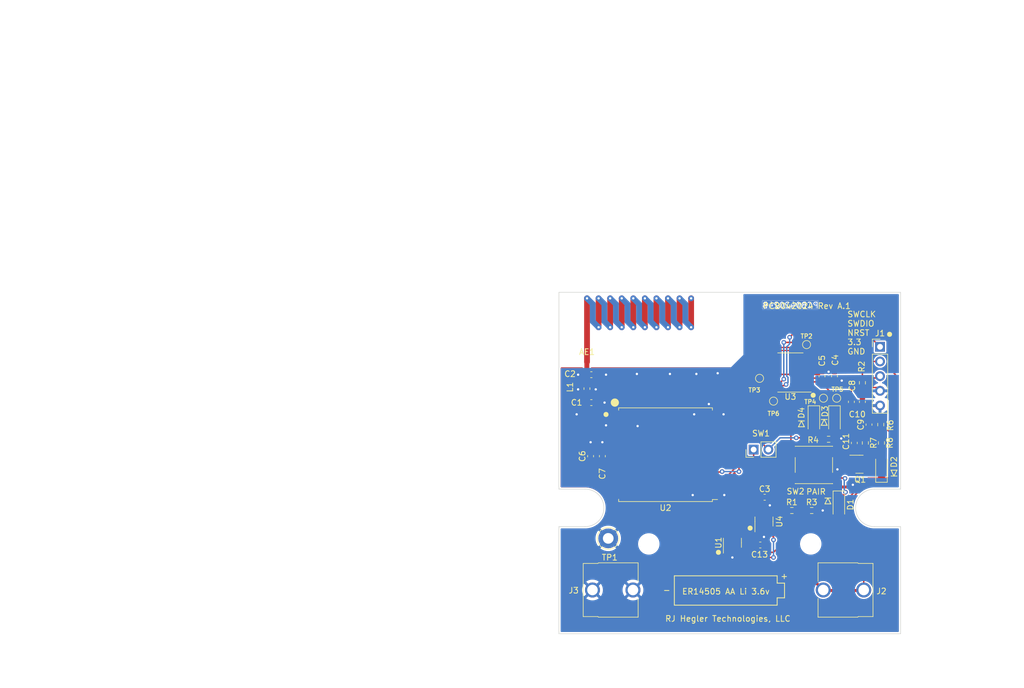
<source format=kicad_pcb>
(kicad_pcb (version 20221018) (generator pcbnew)
  (title_block (title "PostAlert IoT Mailbox") (date "2024-05-02") (rev "V4.0") (company "RJ Hegler Technologies, LLC") (comment 1 "9192 Albion Road") (comment 2 "North Royalton, Ohio 44133") (comment 3 "440-478-1586") (comment 4 "V3.1 5/30/24 fixed bat con footprint, distance"))
  (layers (0 "F.Cu" signal) (31 "B.Cu" signal) (34 "B.Paste" user) (35 "F.Paste" user) (36 "B.SilkS" user "B.Silkscreen") (37 "F.SilkS" user "F.Silkscreen") (38 "B.Mask" user) (39 "F.Mask" user) (44 "Edge.Cuts" user))
  (net 0 "")
  (net 1 "GND")
  (net 2 "/Pair")
  (net 3 "+3.3V")
  (net 4 "/Tilt")
  (net 5 "/B+")
  (net 6 "/PWR_EN")
  (net 7 "/PWR_HOLD")
  (net 8 "/RST")
  (net 9 "/BatV")
  (net 10 "/MISO")
  (net 11 "/SCK")
  (net 12 "/MOSI")
  (net 13 "/NSS")
  (net 14 "/LoRaIRQ")
  (net 15 "/SWDIO")
  (net 16 "/SWCLK")
  (net 18 "Net-(U2-ANT)")
  (net 24 "Net-(AE1-A)")
  (net 25 "/RXD")
  (net 26 "/TXD")
  (net 27 "Net-(U3-PC14)")
  (net 28 "Net-(U3-PC15)")
  (net 29 "Net-(U3-PB6)")
  (net 30 "/NRST")
  (net 31 "Net-(D2-A)")
  (net 32 "Net-(Q1-B)")
  (net 33 "Net-(U1-OUT)")
  (net 34 "Net-(D1-K)")
  (footprint "TestPoint:TestPoint_Pad_D1.0mm" (layer "F.Cu") (at 165.735 83.312)
    (fp_text reference "TP4")
    (fp_text value "PC14")
  )
  (footprint "Capacitor_SMD:C_0603_1608Metric" (layer "F.Cu") (at 155.575 100.457)
    (fp_text reference "C3")
    (fp_text value "1uF, 16v")
  )
  (footprint "Button_Switch_SMD:SW_Push_1P1T_NO_6x6mm_H9.5mm" (layer "F.Cu") (at 164.084 94.869)
    (fp_text reference "SW2")
    (fp_text value "SW_Push")
  )
  (footprint "Package_TO_SOT_SMD:SOT-23-5" (layer "F.Cu") (at 149.987 108.331 90)
    (fp_text reference "U1")
    (fp_text value "MAX40203AUK+T")
  )
  (footprint "Resistor_SMD:R_0603_1608Metric" (layer "F.Cu") (at 172.974 91.059 -90)
    (fp_text reference "R7")
    (fp_text value "100k")
  )
  (footprint "TestPoint:TestPoint_Pad_D1.0mm" (layer "F.Cu") (at 154.686 79.883)
    (fp_text reference "TP3")
    (fp_text value "TXD")
  )
  (footprint "MountingHole:MountingHole_3.2mm_M3" (layer "F.Cu") (at 163.54 108.53)
    (fp_text reference "REF**" hide)
    (fp_text value "MountingHole_3.2mm_M3")
  )
  (footprint "Capacitor_SMD:C_0603_1608Metric" (layer "F.Cu") (at 127.508 93.345 90)
    (fp_text reference "C7")
    (fp_text value "0.1uF")
  )
  (footprint "RF_Module:HOPERF_RFM9XW_SMD" (layer "F.Cu") (at 138.43 93.091 180)
    (fp_text reference "U2")
    (fp_text value "RFM95CW")
  )
  (footprint "Capacitor_SMD:C_0603_1608Metric" (layer "F.Cu") (at 125.476 93.345 90)
    (fp_text reference "C6")
    (fp_text value "10uf 6.3v")
  )
  (footprint "Package_TO_SOT_SMD:SOT-23" (layer "F.Cu") (at 171.958 94.742)
    (fp_text reference "Q1")
    (fp_text value "MMBT3904")
  )
  (footprint "Capacitor_SMD:C_0603_1608Metric" (layer "F.Cu") (at 170.561 83.947 -90)
    (fp_text reference "C8")
    (fp_text value "1uF, 16v")
  )
  (footprint "Resistor_SMD:R_0603_1608Metric" (layer "F.Cu") (at 166.624 90.424)
    (fp_text reference "R4")
    (fp_text value "100k")
  )
  (footprint "Resistor_SMD:R_0603_1608Metric" (layer "F.Cu") (at 175.768 91.059 -90)
    (fp_text reference "R8")
    (fp_text value "10k")
  )
  (footprint "Connector_PinHeader_2.54mm:PinHeader_1x05_P2.54mm_Vertical" (layer "F.Cu") (at 175.514 74.422)
    (fp_text reference "J1")
    (fp_text value "Prog")
  )
  (footprint "Diode_SMD:D_SOD-123" (layer "F.Cu") (at 167.64 86.995 -90)
    (fp_text reference "D3")
    (fp_text value "1N4148W")
  )
  (footprint "RJHTEC:BatteryClip_Keystone_92_AA-14mm" (layer "F.Cu") (at 171.5 116.5 180)
    (fp_text reference "J2")
    (fp_text value "BATT CLIP")
  )
  (footprint "Connector_PinHeader_2.54mm:PinHeader_1x02_P2.54mm_Vertical" (layer "F.Cu") (at 153.665 92.202 90)
    (fp_text reference "SW1")
    (fp_text value "TILT")
  )
  (footprint "RF_Antenna:Texas_SWRA416_868MHz_915MHz" (layer "F.Cu") (at 133.858 71.8405)
    (fp_text reference "AE1")
    (fp_text value "Antenna")
  )
  (footprint "TestPoint:TestPoint_Pad_D1.0mm" (layer "F.Cu") (at 162.814 74.041)
    (fp_text reference "TP2")
    (fp_text value "RXD")
  )
  (footprint "Capacitor_SMD:C_0603_1608Metric" (layer "F.Cu") (at 125.603 79.248)
    (fp_text reference "C2")
    (fp_text value "3.3pF")
  )
  (footprint "Package_SO:TSSOP-20_4.4x6.5mm_P0.65mm" (layer "F.Cu") (at 160.02 78.867 180)
    (fp_text reference "U3")
    (fp_text value "STM32C011F6Px")
  )
  (footprint "MountingHole:MountingHole_3.2mm_M3" (layer "F.Cu") (at 135.54 108.53)
    (fp_text reference "REF**" hide)
    (fp_text value "MountingHole_3.2mm_M3")
  )
  (footprint "Diode_SMD:D_SOD-123" (layer "F.Cu") (at 175.768 95.504 90)
    (fp_text reference "D2")
    (fp_text value "1N4148W")
  )
  (footprint "Resistor_SMD:R_0603_1608Metric" (layer "F.Cu") (at 163.703 102.743)
    (fp_text reference "R3")
    (fp_text value "100k")
  )
  (footprint "Capacitor_SMD:C_0603_1608Metric" (layer "F.Cu") (at 173.609 87.884 90)
    (fp_text reference "C9")
    (fp_text value "10uf 6.3v")
  )
  (footprint "Capacitor_SMD:C_0603_1608Metric" (layer "F.Cu") (at 165.481 79.502 90)
    (fp_text reference "C5")
    (fp_text value "0.1uF")
  )
  (footprint "Inductor_SMD:L_0603_1608Metric" (layer "F.Cu") (at 124.841 81.661 90)
    (fp_text reference "L1")
    (fp_text value "14nH")
  )
  (footprint "Capacitor_SMD:C_0603_1608Metric" (layer "F.Cu") (at 154.813 108.712)
    (fp_text reference "C13")
    (fp_text value "1uF, 16v")
  )
  (footprint "Diode_SMD:D_SOD-123" (layer "F.Cu") (at 168.402 101.727 -90)
    (fp_text reference "D1")
    (fp_text value "1N4148W")
  )
  (footprint "Resistor_SMD:R_0603_1608Metric" (layer "F.Cu") (at 160.274 102.743)
    (fp_text reference "R1")
    (fp_text value "220k")
  )
  (footprint "Diode_SMD:D_SOD-123" (layer "F.Cu") (at 164.084 86.995 -90)
    (fp_text reference "D4")
    (fp_text value "1N4148W")
  )
  (footprint "TestPoint:TestPoint_Pad_D1.0mm" (layer "F.Cu") (at 157.099 83.82)
    (fp_text reference "TP6")
    (fp_text value "PB6")
  )
  (footprint "RJHTEC:BatteryClip_Keystone_92_AA-14mm" (layer "F.Cu") (at 127 116.5)
    (fp_text reference "J3")
    (fp_text value "BATT CLIP")
  )
  (footprint "Resistor_SMD:R_0603_1608Metric" (layer "F.Cu") (at 175.641 87.884 90)
    (fp_text reference "R6")
    (fp_text value "10k")
  )
  (footprint "Capacitor_SMD:C_0603_1608Metric" (layer "F.Cu") (at 172.466 83.947 -90)
    (fp_text reference "C10")
    (fp_text value "0.1uF")
  )
  (footprint "TestPoint:TestPoint_Pad_D1.0mm" (layer "F.Cu") (at 168.021 83.312)
    (fp_text reference "TP5")
    (fp_text value "PC15")
  )
  (footprint "Capacitor_SMD:C_0603_1608Metric" (layer "F.Cu") (at 167.64 79.502 90)
    (fp_text reference "C4")
    (fp_text value "10uf 6.3v")
  )
  (footprint "Resistor_SMD:R_0603_1608Metric" (layer "F.Cu") (at 172.466 80.645 90)
    (fp_text reference "R2")
    (fp_text value "10k")
  )
  (footprint "Capacitor_SMD:C_0603_1608Metric" (layer "F.Cu") (at 171.069 91.059 90)
    (fp_text reference "C11")
    (fp_text value "10uf 6.3v")
  )
  (footprint "Capacitor_SMD:C_0603_1608Metric" (layer "F.Cu") (at 125.603 84.074)
    (fp_text reference "C1")
    (fp_text value "DNP")
  )
  (footprint "TestPoint:TestPoint_Loop_D2.50mm_Drill1.85mm" (layer "F.Cu") (at 128.524 107.569)
    (fp_text reference "TP1")
    (fp_text value "TestPoint_Small")
  )
  (footprint "Package_TO_SOT_SMD:SOT-23-5" (layer "F.Cu") (at 155.448 104.648 90)
    (fp_text reference "U4")
    (fp_text value "XC6210B332MR")
  )
  (gr_line (start 177.927 96.774) (end 177.419 95.758) (stroke (width 0.15)) (layer "F.SilkS"))
  (gr_line (start 157.734 117.856) (end 157.734 119.126) (stroke (width 0.15)) (layer "F.SilkS"))
  (gr_circle (center 163.957 82.804) (end 164.31621 82.804) (stroke (width 0.15)) (fill solid) (layer "F.SilkS"))
  (gr_circle (center 128.143 86.12779) (end 128.50221 86.12779) (stroke (width 0.15)) (fill solid) (layer "F.SilkS"))
  (gr_circle (center 147.574 109.982) (end 147.574 110.34121) (stroke (width 0.15)) (fill solid) (layer "F.SilkS"))
  (gr_line (start 161.417 88.265) (end 162.433 88.265) (stroke (width 0.15)) (layer "F.SilkS"))
  (gr_line (start 161.417 87.249) (end 162.433 87.249) (stroke (width 0.15)) (layer "F.SilkS"))
  (gr_line (start 161.417 88.265) (end 161.925 87.249) (stroke (width 0.15)) (layer "F.SilkS"))
  (gr_line (start 159.004 117.856) (end 157.734 117.856) (stroke (width 0.15)) (layer "F.SilkS"))
  (gr_circle (center 177.165 72.263) (end 177.52421 72.263) (stroke (width 0.15)) (fill solid) (layer "F.SilkS"))
  (gr_circle (center 129.667 84.074) (end 130.175 83.693) (stroke (width 0.15)) (fill solid) (layer "F.SilkS"))
  (gr_line (start 157.734 119.126) (end 139.954 119.126) (stroke (width 0.15)) (layer "F.SilkS"))
  (gr_line (start 178.435 96.774) (end 177.419 96.774) (stroke (width 0.15)) (layer "F.SilkS"))
  (gr_line (start 139.954 119.126) (end 139.954 114.046) (stroke (width 0.15)) (layer "F.SilkS"))
  (gr_line (start 178.435 95.758) (end 177.927 96.774) (stroke (width 0.15)) (layer "F.SilkS"))
  (gr_line (start 165.989 100.584) (end 167.005 100.584) (stroke (width 0.15)) (layer "F.SilkS"))
  (gr_line (start 165.354 86.995) (end 166.37 86.995) (stroke (width 0.15)) (layer "F.SilkS"))
  (gr_line (start 159.004 115.316) (end 159.004 117.856) (stroke (width 0.15)) (layer "F.SilkS"))
  (gr_line (start 157.734 115.316) (end 159.004 115.316) (stroke (width 0.15)) (layer "F.SilkS"))
  (gr_line (start 166.497 100.584) (end 167.005 101.6) (stroke (width 0.15)) (layer "F.SilkS"))
  (gr_line (start 165.354 88.011) (end 165.862 86.995) (stroke (width 0.15)) (layer "F.SilkS"))
  (gr_line (start 139.954 114.046) (end 157.734 114.046) (stroke (width 0.15)) (layer "F.SilkS"))
  (gr_line (start 165.989 101.6) (end 167.005 101.6) (stroke (width 0.15)) (layer "F.SilkS"))
  (gr_circle (center 153.05679 105.791) (end 153.05679 106.15021) (stroke (width 0.15)) (fill solid) (layer "F.SilkS"))
  (gr_line (start 165.989 101.6) (end 166.497 100.584) (stroke (width 0.15)) (layer "F.SilkS"))
  (gr_line (start 157.734 114.046) (end 157.734 115.316) (stroke (width 0.15)) (layer "F.SilkS"))
  (gr_line (start 161.925 87.249) (end 162.433 88.265) (stroke (width 0.15)) (layer "F.SilkS"))
  (gr_line (start 165.862 86.995) (end 166.37 88.011) (stroke (width 0.15)) (layer "F.SilkS"))
  (gr_line (start 165.354 88.011) (end 166.37 88.011) (stroke (width 0.15)) (layer "F.SilkS"))
  (gr_line (start 178.435 95.758) (end 177.419 95.758) (stroke (width 0.15)) (layer "F.SilkS"))
  (gr_line (start 120 99.04) (end 120 65) (stroke (width 0.1)) (layer "Edge.Cuts"))
  (gr_line (start 120 124.07) (end 120 105.54) (stroke (width 0.1)) (layer "Edge.Cuts"))
  (gr_line (start 179.07 105.54) (end 174.54 105.54) (stroke (width 0.1)) (layer "Edge.Cuts"))
  (gr_arc (start 124.53 99.04) (mid 127.78 102.29) (end 124.53 105.54) (stroke (width 0.1)) (layer "Edge.Cuts"))
  (gr_line (start 120 99.04) (end 124.53 99.04) (stroke (width 0.1)) (layer "Edge.Cuts"))
  (gr_arc (start 174.54 105.54) (mid 171.29 102.29) (end 174.54 99.04) (stroke (width 0.1)) (layer "Edge.Cuts"))
  (gr_line (start 174.54 99.04) (end 179.07 99.04) (stroke (width 0.1)) (layer "Edge.Cuts"))
  (gr_line (start 124.53 105.54) (end 120 105.54) (stroke (width 0.1)) (layer "Edge.Cuts"))
  (gr_line (start 179.07 124.07) (end 120 124.07) (stroke (width 0.1)) (layer "Edge.Cuts"))
  (gr_line (start 179.07 105.54) (end 179.07 124.07) (stroke (width 0.1)) (layer "Edge.Cuts"))
  (gr_line (start 120 65) (end 179.07 65) (stroke (width 0.1)) (layer "Edge.Cuts"))
  (gr_line (start 179.07 65) (end 179.07 99.04) (stroke (width 0.1)) (layer "Edge.Cuts"))
  (gr_text "PCB042024T" (at 155.194 69.723) (layer "F.Cu") (effects (font (size 1 1) (thickness 0.15) bold) (justify left bottom)))
  (gr_text "PCB042024B" (at 164.973 67.818) (layer "B.Cu" knockout) (effects (font (size 1 1) (thickness 0.15) bold) (justify left bottom mirror)))
  (gr_text "PCB042024 Rev A.1" (at 155.194 67.945) (layer "F.SilkS") (effects (font (size 1 1)) (justify left bottom)))
  (gr_text "+" (at 158.242 114.681) (layer "F.SilkS") (effects (font (size 1 1)) (justify left bottom)))
  (gr_text "-" (at 137.922 117.094) (layer "F.SilkS") (effects (font (size 1 1)) (justify left bottom)))
  (gr_text "PAIR" (at 162.687 100.076) (layer "F.SilkS") (effects (font (size 1 1)) (justify left bottom)))
  (gr_text "ER14505 AA Li 3.6v" (at 141.224 117.348) (layer "F.SilkS") (effects (font (size 1 1)) (justify left bottom)))
  (gr_text "SWCLK\nSWDIO\nNRST\n3.3\nGND" (at 169.799 75.819) (layer "F.SilkS") (effects (font (size 1 1)) (justify left bottom)))
  (gr_text "RJ Hegler Technologies, LLC" (at 138.303 122.047) (layer "F.SilkS") (effects (font (size 1 1)) (justify left bottom)))
  (segment (start 166.624 78.74) (end 166.637 78.727) (width 0.25) (layer "F.Cu") (net 1))
  (segment (start 175.12 84.976) (end 175.514 84.582) (width 0.25) (layer "F.Cu") (net 1))
  (segment (start 175.591 87.109) (end 175.641 87.059) (width 0.25) (layer "F.Cu") (net 1))
  (segment (start 155.448 105.7855) (end 155.321 105.6585) (width 0.25) (layer "F.Cu") (net 1))
  (segment (start 165.481 78.727) (end 166.611 78.727) (width 0.25) (layer "F.Cu") (net 1))
  (segment (start 170.561 84.722) (end 172.466 84.722) (width 0.25) (layer "F.Cu") (net 1))
  (segment (start 155.448 108.572) (end 155.588 108.712) (width 0.25) (layer "F.Cu") (net 1))
  (segment (start 165.016 79.192) (end 165.481 78.727) (width 0.25) (layer "F.Cu") (net 1))
  (segment (start 172.466 84.722) (end 175.374 84.722) (width 0.25) (layer "F.Cu") (net 1))
  (segment (start 175.641 87.059) (end 175.641 84.709) (width 0.25) (layer "F.Cu") (net 1))
  (segment (start 164.528 102.743) (end 165.608 102.743) (width 0.25) (layer "F.Cu") (net 1))
  (segment (start 166.611 78.727) (end 166.624 78.74) (width 0.25) (layer "F.Cu") (net 1))
  (segment (start 155.321 102.997) (end 156.464 101.854) (width 0.25) (layer "F.Cu") (net 1))
  (segment (start 156.464 101.854) (end 156.35 101.74) (width 0.25) (layer "F.Cu") (net 1))
  (segment (start 173.609 87.109) (end 175.591 87.109) (width 0.25) (layer "F.Cu") (net 1))
  (segment (start 168.668645 90.424) (end 168.80888 90.283765) (width 0.25) (layer "F.Cu") (net 1))
  (segment (start 162.8825 79.192) (end 165.016 79.192) (width 0.25) (layer "F.Cu") (net 1))
  (segment (start 155.321 105.6585) (end 155.321 102.997) (width 0.25) (layer "F.Cu") (net 1))
  (segment (start 175.641 84.709) (end 175.514 84.582) (width 0.25) (layer "F.Cu") (net 1))
  (segment (start 155.448 107.315) (end 155.448 108.572) (width 0.25) (layer "F.Cu") (net 1))
  (segment (start 156.35 101.74) (end 156.35 100.457) (width 0.25) (layer "F.Cu") (net 1))
  (segment (start 170.9595 95.631) (end 168.148 95.631) (width 0.25) (layer "F.Cu") (net 1))
  (segment (start 171.0205 95.692) (end 170.9595 95.631) (width 0.25) (layer "F.Cu") (net 1))
  (segment (start 167.449 90.424) (end 168.668645 90.424) (width 0.25) (layer "F.Cu") (net 1))
  (segment (start 171.069 90.284) (end 171.068765 90.283765) (width 0.25) (layer "F.Cu") (net 1))
  (segment (start 166.637 78.727) (end 167.64 78.727) (width 0.25) (layer "F.Cu") (net 1))
  (segment (start 171.068765 90.283765) (end 168.80888 90.283765) (width 0.25) (layer "F.Cu") (net 1))
  (segment (start 149.987 109.4685) (end 149.987 110.871) (width 0.25) (layer "F.Cu") (net 1))
  (segment (start 155.448 107.315) (end 155.448 105.7855) (width 0.25) (layer "F.Cu") (net 1))
  (segment (start 175.374 84.722) (end 175.514 84.582) (width 0.25) (layer "F.Cu") (net 1))
  (via (at 168.80888 90.283765) (size 0.8) (drill 0.4) (layers "F.Cu" "B.Cu") (net 1))
  (via (at 123.317 81.788) (size 0.8) (drill 0.4) (layers "F.Cu" "B.Cu") (net 1))
  (via (at 126.365 81.788) (size 0.8) (drill 0.4) (layers "F.Cu" "B.Cu") (net 1))
  (via (at 128.143 79.248) (size 0.8) (drill 0.4) (layers "F.Cu" "B.Cu") (net 1))
  (via (at 133.477 79.121) (size 0.8) (drill 0.4) (layers "F.Cu" "B.Cu") (net 1))
  (via (at 127.889 84.074) (size 0.8) (drill 0.4) (layers "F.Cu" "B.Cu") (net 1))
  (via (at 133.604 88.138) (size 0.8) (drill 0.4) (layers "F.Cu" "B.Cu") (net 1))
  (via (at 166.624 78.74) (size 0.8) (drill 0.4) (layers "F.Cu" "B.Cu") (net 1))
  (via (at 123.317 79.248) (size 0.8) (drill 0.4) (layers "F.Cu" "B.Cu") (net 1))
  (via (at 149.987 110.871) (size 0.8) (drill 0.4) (layers "F.Cu" "B.Cu") (net 1))
  (via (at 165.608 102.743) (size 0.8) (drill 0.4) (layers "F.Cu" "B.Cu") (net 1))
  (via (at 143.764 79.121) (size 0.8) (drill 0.4) (layers "F.Cu" "B.Cu") (net 1))
  (via (at 148.463 86.106) (size 0.8) (drill 0.4) (layers "F.Cu" "B.Cu") (net 1))
  (via (at 123.063 86.106) (size 0.8) (drill 0.4) (layers "F.Cu" "B.Cu") (net 1))
  (via (at 128.143 88.011) (size 0.8) (drill 0.4) (layers "F.Cu" "B.Cu") (net 1))
  (via (at 139.192 79.121) (size 0.8) (drill 0.4) (layers "F.Cu" "B.Cu") (net 1))
  (via (at 143.383 86.106) (size 0.8) (drill 0.4) (layers "F.Cu" "B.Cu") (net 1))
  (via (at 148.59 100.071347) (size 0.8) (drill 0.4) (layers "F.Cu" "B.Cu") (net 1))
  (via (at 147.447 78.994) (size 0.8) (drill 0.4) (layers "F.Cu" "B.Cu") (net 1))
  (via (at 145.923 84.328) (size 0.8) (drill 0.4) (layers "F.Cu" "B.Cu") (net 1))
  (via (at 127.508 90.932) (size 0.8) (drill 0.4) (layers "F.Cu" "B.Cu") (net 1))
  (via (at 125.476 90.932) (size 0.8) (drill 0.4) (layers "F.Cu" "B.Cu") (net 1))
  (via (at 168.148 95.631) (size 0.8) (drill 0.4) (layers "F.Cu" "B.Cu") (net 1))
  (via (at 143.129 100.076) (size 0.8) (drill 0.4) (layers "F.Cu" "B.Cu") (net 1))
  (via (at 156.464 101.854) (size 0.8) (drill 0.4) (layers "F.Cu" "B.Cu") (net 1))
  (via (at 155.448 107.315) (size 0.8) (drill 0.4) (layers "F.Cu" "B.Cu") (net 1))
  (segment (start 160.528 83.566) (end 160.109 83.985) (width 0.25) (layer "F.Cu") (net 2))
  (segment (start 167.994 92.619) (end 168.059 92.619) (width 0.25) (layer "F.Cu") (net 2))
  (segment (start 167.64 88.645) (end 167.578 88.645) (width 0.25) (layer "F.Cu") (net 2))
  (segment (start 159.964 79.192) (end 160.528 79.756) (width 0.25) (layer "F.Cu") (net 2))
  (segment (start 165.799 90.424) (end 167.994 92.619) (width 0.25) (layer "F.Cu") (net 2))
  (segment (start 157.1575 79.192) (end 159.964 79.192) (width 0.25) (layer "F.Cu") (net 2))
  (segment (start 160.528 79.756) (end 160.528 83.566) (width 0.25) (layer "F.Cu") (net 2))
  (segment (start 168.059 92.619) (end 168.023 92.583) (width 0.25) (layer "F.Cu") (net 2))
  (segment (start 160.145 92.583) (end 160.109 92.619) (width 0.25) (layer "F.Cu") (net 2))
  (segment (start 167.578 88.645) (end 165.799 90.424) (width 0.25) (layer "F.Cu") (net 2))
  (segment (start 160.109 83.985) (end 160.109 92.619) (width 0.25) (layer "F.Cu") (net 2))
  (segment (start 168.023 92.583) (end 160.145 92.583) (width 0.25) (layer "F.Cu") (net 2))
  (segment (start 127.508 99.441) (end 131.064 102.997) (width 0.5) (layer "F.Cu") (net 3))
  (segment (start 131.064 102.997) (end 152.26 102.997) (width 0.5) (layer "F.Cu") (net 3))
  (segment (start 165.046 79.842) (end 165.481 80.277) (width 0.25) (layer "F.Cu") (net 3))
  (segment (start 127.508 94.12) (end 130.876 94.12) (width 0.25) (layer "F.Cu") (net 3))
  (segment (start 172.466 83.172) (end 172.466 81.47) (width 0.25) (layer "F.Cu") (net 3))
  (segment (start 167.64 80.277) (end 168.897 80.277) (width 0.25) (layer "F.Cu") (net 3))
  (segment (start 174.942 81.47) (end 175.514 82.042) (width 0.25) (layer "F.Cu") (net 3))
  (segment (start 155.448 98.679) (end 154.8 99.327) (width 0.5) (layer "F.Cu") (net 3))
  (segment (start 170.434 98.679) (end 155.448 98.679) (width 0.5) (layer "F.Cu") (net 3))
  (segment (start 165.481 80.277) (end 167.64 80.277) (width 0.25) (layer "F.Cu") (net 3))
  (segment (start 154.292 100.965) (end 154.8 100.457) (width 0.5) (layer "F.Cu") (net 3))
  (segment (start 172.466 81.47) (end 174.942 81.47) (width 0.25) (layer "F.Cu") (net 3))
  (segment (start 125.476 94.12) (end 127.508 94.12) (width 0.25) (layer "F.Cu") (net 3))
  (segment (start 154.292 103.3045) (end 154.292 100.965) (width 0.5) (layer "F.Cu") (net 3))
  (segment (start 170.815 98.298) (end 170.434 98.679) (width 0.5) (layer "F.Cu") (net 3))
  (segment (start 152.26 102.997) (end 154.8 100.457) (width 0.5) (layer "F.Cu") (net 3))
  (segment (start 162.8825 79.842) (end 165.046 79.842) (width 0.25) (layer "F.Cu") (net 3))
  (segment (start 154.8 99.327) (end 154.8 100.457) (width 0.5) (layer "F.Cu") (net 3))
  (segment (start 154.498 103.5105) (end 154.292 103.3045) (width 0.5) (layer "F.Cu") (net 3))
  (segment (start 127.508 94.12) (end 127.508 99.441) (width 0.5) (layer "F.Cu") (net 3))
  (segment (start 130.876 94.12) (end 130.905 94.091) (width 0.25) (layer "F.Cu") (net 3))
  (via (at 168.897 80.277) (size 0.8) (drill 0.4) (layers "F.Cu" "B.Cu") (net 3))
  (via (at 170.815 98.298) (size 0.8) (drill 0.4) (layers "F.Cu" "B.Cu") (net 3))
  (segment (start 157.1575 79.842) (end 156.420001 79.842) (width 0.25) (layer "F.Cu") (net 4))
  (segment (start 156.420001 79.842) (end 154.94 81.322001) (width 0.25) (layer "F.Cu") (net 4))
  (segment (start 154.94 90.937) (end 156.205 92.202) (width 0.25) (layer "F.Cu") (net 4))
  (segment (start 166.116 87.503) (end 165.862 87.757) (width 0.25) (layer "F.Cu") (net 4))
  (segment (start 175.768 90.234) (end 172.974 90.234) (width 0.25) (layer "F.Cu") (net 4))
  (segment (start 154.94 81.322001) (end 154.94 90.937) (width 0.25) (layer "F.Cu") (net 4))
  (segment (start 172.974 90.234) (end 170.243 87.503) (width 0.25) (layer "F.Cu") (net 4))
  (segment (start 170.243 87.503) (end 166.116 87.503) (width 0.25) (layer "F.Cu") (net 4))
  (segment (start 164.719 90.17) (end 161.036 90.17) (width 0.25) (layer "F.Cu") (net 4))
  (segment (start 165.862 87.757) (end 165.862 89.027) (width 0.25) (layer "F.Cu") (net 4))
  (segment (start 165.862 89.027) (end 164.719 90.17) (width 0.25) (layer "F.Cu") (net 4))
  (via (at 161.036 90.17) (size 0.8) (drill 0.4) (layers "F.Cu" "B.Cu") (net 4))
  (segment (start 161.036 90.17) (end 158.237 90.17) (width 0.25) (layer "B.Cu") (net 4))
  (segment (start 158.237 90.17) (end 156.205 92.202) (width 0.25) (layer "B.Cu") (net 4))
  (segment (start 165.7 116.5) (end 161.976 112.776) (width 0.5) (layer "F.Cu") (net 5))
  (segment (start 172.614 116.586) (end 172.7 116.5) (width 0.5) (layer "F.Cu") (net 5))
  (segment (start 165.786 116.586) (end 172.614 116.586) (width 0.5) (layer "F.Cu") (net 5))
  (segment (start 149.037 111.318) (end 149.037 109.4685) (width 0.5) (layer "F.Cu") (net 5))
  (segment (start 172.7 112.883) (end 168.402 108.585) (width 0.25) (layer "F.Cu") (net 5))
  (segment (start 172.7 116.5) (end 172.7 112.883) (width 0.25) (layer "F.Cu") (net 5))
  (segment (start 150.495 112.776) (end 149.037 111.318) (width 0.5) (layer "F.Cu") (net 5))
  (segment (start 168.402 108.585) (end 168.402 103.377) (width 0.25) (layer "F.Cu") (net 5))
  (segment (start 161.976 112.776) (end 150.495 112.776) (width 0.5) (layer "F.Cu") (net 5))
  (segment (start 165.7 116.5) (end 165.786 116.586) (width 0.5) (layer "F.Cu") (net 5))
  (segment (start 165.614 116.586) (end 165.7 116.5) (width 0.25) (layer "F.Cu") (net 5))
  (segment (start 172.72 116.48) (end 172.7 116.5) (width 0.25) (layer "B.Cu") (net 5))
  (segment (start 173.609 88.659) (end 172.479 88.659) (width 0.25) (layer "F.Cu") (net 6))
  (segment (start 151.638 110.871) (end 150.937 110.17) (width 0.25) (layer "F.Cu") (net 6))
  (segment (start 150.937 110.17) (end 150.937 109.4685) (width 0.25) (layer "F.Cu") (net 6))
  (segment (start 164.084 85.345) (end 167.64 85.345) (width 0.25) (layer "F.Cu") (net 6))
  (segment (start 157.099 107.823) (end 157.099 107.315) (width 0.25) (layer "F.Cu") (net 6))
  (segment (start 175.641 88.709) (end 176.72 88.709) (width 0.25) (layer "F.Cu") (net 6))
  (segment (start 173.659 88.709) (end 173.609 88.659) (width 0.25) (layer "F.Cu") (net 6))
  (segment (start 156.398 106.614) (end 156.398 105.7855) (width 0.25) (layer "F.Cu") (net 6))
  (segment (start 157.48 101.727) (end 157.48 104.7035) (width 0.25) (layer "F.Cu") (net 6))
  (segment (start 175.641 88.709) (end 173.659 88.709) (width 0.25) (layer "F.Cu") (net 6))
  (segment (start 172.479 88.659) (end 170.18 86.36) (width 0.25) (layer "F.Cu") (net 6))
  (segment (start 157.099 110.871) (end 151.638 110.871) (width 0.25) (layer "F.Cu") (net 6))
  (segment (start 176.72 88.709) (end 177.673 89.662) (width 0.25) (layer "F.Cu") (net 6))
  (segment (start 173.481604 97.154) (end 169.289604 101.346) (width 0.25) (layer "F.Cu") (net 6))
  (segment (start 177.673 89.662) (end 177.673 96.393) (width 0.25) (layer "F.Cu") (net 6))
  (segment (start 177.673 96.393) (end 176.912 97.154) (width 0.25) (layer "F.Cu") (net 6))
  (segment (start 169.165 85.345) (end 170.18 86.36) (width 0.25) (layer "F.Cu") (net 6))
  (segment (start 167.64 85.345) (end 169.165 85.345) (width 0.25) (layer "F.Cu") (net 6))
  (segment (start 176.912 97.154) (end 175.768 97.154) (width 0.25) (layer "F.Cu") (net 6))
  (segment (start 169.289604 101.346) (end 157.861 101.346) (width 0.25) (layer "F.Cu") (net 6))
  (segment (start 175.768 97.154) (end 173.481604 97.154) (width 0.25) (layer "F.Cu") (net 6))
  (segment (start 157.099 107.315) (end 156.398 106.614) (width 0.25) (layer "F.Cu") (net 6))
  (segment (start 157.48 104.7035) (end 156.398 105.7855) (width 0.25) (layer "F.Cu") (net 6))
  (segment (start 157.861 101.346) (end 157.48 101.727) (width 0.25) (layer "F.Cu") (net 6))
  (via (at 157.099 107.823) (size 0.8) (drill 0.4) (layers "F.Cu" "B.Cu") (net 6))
  (via (at 157.099 110.871) (size 0.8) (drill 0.4) (layers "F.Cu" "B.Cu") (net 6))
  (segment (start 157.099 110.871) (end 157.099 107.823) (width 0.25) (layer "B.Cu") (net 6))
  (segment (start 164.084 88.645) (end 162.8825 87.4435) (width 0.25) (layer "F.Cu") (net 7))
  (segment (start 162.8825 87.4435) (end 162.8825 81.792) (width 0.25) (layer "F.Cu") (net 7))
  (segment (start 160.967 77.148396) (end 161.710604 77.892) (width 0.25) (layer "F.Cu") (net 8))
  (segment (start 149.272 80.217) (end 154.432 75.057) (width 0.25) (layer "F.Cu") (net 8))
  (segment (start 154.432 75.057) (end 160.02 75.057) (width 0.25) (layer "F.Cu") (net 8))
  (segment (start 161.710604 77.892) (end 162.8825 77.892) (width 0.25) (layer "F.Cu") (net 8))
  (segment (start 160.02 75.057) (end 160.967 76.004) (width 0.25) (layer "F.Cu") (net 8))
  (segment (start 145.955 90.091) (end 147.78 90.091) (width 0.25) (layer "F.Cu") (net 8))
  (segment (start 147.78 90.091) (end 149.272 88.599) (width 0.25) (layer "F.Cu") (net 8))
  (segment (start 160.967 76.004) (end 160.967 77.148396) (width 0.25) (layer "F.Cu") (net 8))
  (segment (start 149.272 88.599) (end 149.272 80.217) (width 0.25) (layer "F.Cu") (net 8))
  (segment (start 178.308 79.375) (end 178.308 97.155) (width 0.25) (layer "F.Cu") (net 9))
  (segment (start 162.8825 76.592) (end 172.35 76.592) (width 0.25) (layer "F.Cu") (net 9))
  (segment (start 177.165 78.232) (end 178.308 79.375) (width 0.25) (layer "F.Cu") (net 9))
  (segment (start 173.343 97.929) (end 169.418 101.854) (width 0.25) (layer "F.Cu") (net 9))
  (segment (start 172.35 76.592) (end 173.99 78.232) (width 0.25) (layer "F.Cu") (net 9))
  (segment (start 177.534 97.929) (end 173.343 97.929) (width 0.25) (layer "F.Cu") (net 9))
  (segment (start 173.99 78.232) (end 177.165 78.232) (width 0.25) (layer "F.Cu") (net 9))
  (segment (start 161.099 102.743) (end 162.878 102.743) (width 0.25) (layer "F.Cu") (net 9))
  (segment (start 178.308 97.155) (end 177.534 97.929) (width 0.25) (layer "F.Cu") (net 9))
  (segment (start 169.418 101.854) (end 163.767 101.854) (width 0.25) (layer "F.Cu") (net 9))
  (segment (start 163.767 101.854) (end 162.878 102.743) (width 0.25) (layer "F.Cu") (net 9))
  (segment (start 150.622 81.383273) (end 150.622 95.25) (width 0.25) (layer "F.Cu") (net 10))
  (segment (start 147.781 98.091) (end 145.955 98.091) (width 0.25) (layer "F.Cu") (net 10))
  (segment (start 157.1575 77.242) (end 154.763273 77.242) (width 0.25) (layer "F.Cu") (net 10))
  (segment (start 150.622 95.25) (end 147.781 98.091) (width 0.25) (layer "F.Cu") (net 10))
  (segment (start 154.763273 77.242) (end 150.622 81.383273) (width 0.25) (layer "F.Cu") (net 10))
  (segment (start 150.172 92.525) (end 148.606 94.091) (width 0.25) (layer "F.Cu") (net 11))
  (segment (start 148.606 94.091) (end 145.955 94.091) (width 0.25) (layer "F.Cu") (net 11))
  (segment (start 154.548 76.592) (end 150.172 80.968) (width 0.25) (layer "F.Cu") (net 11))
  (segment (start 157.1575 76.592) (end 154.548 76.592) (width 0.25) (layer "F.Cu") (net 11))
  (segment (start 150.172 80.968) (end 150.172 92.525) (width 0.25) (layer "F.Cu") (net 11))
  (segment (start 155.129273 77.892) (end 151.13 81.891273) (width 0.25) (layer "F.Cu") (net 12))
  (segment (start 151.13 81.891273) (end 151.13 96.012) (width 0.25) (layer "F.Cu") (net 12))
  (segment (start 148.13 96.091) (end 148.209 96.012) (width 0.25) (layer "F.Cu") (net 12))
  (segment (start 157.1575 77.892) (end 155.129273 77.892) (width 0.25) (layer "F.Cu") (net 12))
  (segment (start 145.955 96.091) (end 148.13 96.091) (width 0.25) (layer "F.Cu") (net 12))
  (via (at 151.13 96.012) (size 0.8) (drill 0.4) (layers "F.Cu" "B.Cu") (net 12))
  (via (at 148.209 96.012) (size 0.8) (drill 0.4) (layers "F.Cu" "B.Cu") (net 12))
  (segment (start 151.13 96.012) (end 148.209 96.012) (width 0.25) (layer "B.Cu") (net 12))
  (segment (start 154.436 75.942) (end 149.722 80.656) (width 0.25) (layer "F.Cu") (net 13))
  (segment (start 157.1575 75.942) (end 154.436 75.942) (width 0.25) (layer "F.Cu") (net 13))
  (segment (start 149.722 90.213) (end 147.844 92.091) (width 0.25) (layer "F.Cu") (net 13))
  (segment (start 147.844 92.091) (end 145.955 92.091) (width 0.25) (layer "F.Cu") (net 13))
  (segment (start 149.722 80.656) (end 149.722 90.213) (width 0.25) (layer "F.Cu") (net 13))
  (segment (start 137.922 84.201) (end 134.62 87.503) (width 0.25) (layer "F.Cu") (net 14))
  (segment (start 161.697 77.242) (end 161.417 76.962) (width 0.25) (layer "F.Cu") (net 14))
  (segment (start 144.272 84.201) (end 137.922 84.201) (width 0.25) (layer "F.Cu") (net 14))
  (segment (start 134.62 87.503) (end 134.62 94.361) (width 0.25) (layer "F.Cu") (net 14))
  (segment (start 161.417 75.692) (end 160.274 74.549) (width 0.25) (layer "F.Cu") (net 14))
  (segment (start 132.89 96.091) (end 130.905 96.091) (width 0.25) (layer "F.Cu") (net 14))
  (segment (start 160.274 74.549) (end 153.933305 74.549) (width 0.25) (layer "F.Cu") (net 14))
  (segment (start 144.408305 84.074) (end 144.399 84.074) (width 0.25) (layer "F.Cu") (net 14))
  (segment (start 153.933305 74.549) (end 144.408305 84.074) (width 0.25) (layer "F.Cu") (net 14))
  (segment (start 134.62 94.361) (end 132.89 96.091) (width 0.25) (layer "F.Cu") (net 14))
  (segment (start 162.8825 77.242) (end 161.697 77.242) (width 0.25) (layer "F.Cu") (net 14))
  (segment (start 144.399 84.074) (end 144.272 84.201) (width 0.25) (layer "F.Cu") (net 14))
  (segment (start 161.417 76.962) (end 161.417 75.692) (width 0.25) (layer "F.Cu") (net 14))
  (segment (start 173.736 76.962) (end 175.514 76.962) (width 0.25) (layer "F.Cu") (net 15))
  (segment (start 157.1575 80.492) (end 158.395 80.492) (width 0.25) (layer "F.Cu") (net 15))
  (segment (start 169.418 72.644) (end 173.736 76.962) (width 0.25) (layer "F.Cu") (net 15))
  (segment (start 162.052 72.644) (end 169.418 72.644) (width 0.25) (layer "F.Cu") (net 15))
  (segment (start 158.395 80.492) (end 158.877 80.01) (width 0.25) (layer "F.Cu") (net 15))
  (segment (start 161.036 73.66) (end 162.052 72.644) (width 0.25) (layer "F.Cu") (net 15))
  (segment (start 158.877 73.66) (end 161.036 73.66) (width 0.25) (layer "F.Cu") (net 15))
  (via (at 158.877 73.66) (size 0.8) (drill 0.4) (layers "F.Cu" "B.Cu") (net 15))
  (via (at 158.877 80.01) (size 0.8) (drill 0.4) (layers "F.Cu" "B.Cu") (net 15))
  (segment (start 158.877 73.66) (end 158.877 80.01) (width 0.25) (layer "B.Cu") (net 15))
  (segment (start 159.058067 81.142) (end 159.27092 80.929147) (width 0.25) (layer "F.Cu") (net 16))
  (segment (start 173.011 71.919) (end 175.514 74.422) (width 0.25) (layer "F.Cu") (net 16))
  (segment (start 160.745 71.919) (end 173.011 71.919) (width 0.25) (layer "F.Cu") (net 16))
  (segment (start 157.1575 81.142) (end 159.058067 81.142) (width 0.25) (layer "F.Cu") (net 16))
  (segment (start 159.893 72.771) (end 160.745 71.919) (width 0.25) (layer "F.Cu") (net 16))
  (via (at 159.893 72.771) (size 0.8) (drill 0.4) (layers "F.Cu" "B.Cu") (net 16))
  (via (at 159.27092 80.929147) (size 0.8) (drill 0.4) (layers "F.Cu" "B.Cu") (net 16))
  (segment (start 159.602 80.598067) (end 159.27092 80.929147) (width 0.25) (layer "B.Cu") (net 16))
  (segment (start 159.602 79.709695) (end 159.602 80.598067) (width 0.25) (layer "B.Cu") (net 16))
  (segment (start 159.385 74.422) (end 159.385 79.492695) (width 0.25) (layer "B.Cu") (net 16))
  (segment (start 159.893 72.771) (end 159.893 73.914) (width 0.25) (layer "B.Cu") (net 16))
  (segment (start 159.385 79.492695) (end 159.602 79.709695) (width 0.25) (layer "B.Cu") (net 16))
  (segment (start 159.893 73.914) (end 159.385 74.422) (width 0.25) (layer "B.Cu") (net 16))
  (segment (start 124.841 85.344) (end 124.841 84.314) (width 0.85) (layer "F.Cu") (net 18))
  (segment (start 125.618 86.091) (end 125.603 86.106) (width 0.7) (layer "F.Cu") (net 18))
  (segment (start 124.841 83.934) (end 124.841 82.6015) (width 0.85) (layer "F.Cu") (net 18))
  (segment (start 130.905 86.091) (end 125.618 86.091) (width 0.85) (layer "F.Cu") (net 18))
  (segment (start 125.603 86.106) (end 124.841 85.344) (width 0.85) (layer "F.Cu") (net 18))
  (segment (start 124.714 80.8735) (end 124.841 80.7465) (width 0.7) (layer "F.Cu") (net 24))
  (segment (start 124.841 79.489) (end 124.714 79.362) (width 0.7) (layer "F.Cu") (net 24))
  (segment (start 124.841 80.7465) (end 124.841 79.489) (width 0.85) (layer "F.Cu") (net 24))
  (segment (start 124.828 79.248) (end 124.828 77) (width 0.85) (layer "F.Cu") (net 24))
  (segment (start 162.8825 75.942) (end 162.8825 74.1095) (width 0.25) (layer "F.Cu") (net 25))
  (segment (start 162.8825 74.1095) (end 162.814 74.041) (width 0.25) (layer "F.Cu") (net 25))
  (segment (start 155.646 78.542) (end 157.1575 78.542) (width 0.25) (layer "F.Cu") (net 26))
  (segment (start 154.686 79.502) (end 155.646 78.542) (width 0.25) (layer "F.Cu") (net 26))
  (segment (start 162.8825 81.142) (end 163.946 81.142) (width 0.25) (layer "F.Cu") (net 27))
  (segment (start 163.946 81.142) (end 165.735 82.931) (width 0.25) (layer "F.Cu") (net 27))
  (segment (start 165.735 82.931) (end 165.735 83.312) (width 0.25) (layer "F.Cu") (net 27))
  (segment (start 164.681 80.692) (end 164.681 80.736052) (width 0.25) (layer "F.Cu") (net 28))
  (segment (start 162.8825 80.492) (end 164.481 80.492) (width 0.25) (layer "F.Cu") (net 28))
  (segment (start 165.862 81.153) (end 168.021 83.312) (width 0.25) (layer "F.Cu") (net 28))
  (segment (start 164.681 80.736052) (end 165.097948 81.153) (width 0.25) (layer "F.Cu") (net 28))
  (segment (start 165.097948 81.153) (end 165.862 81.153) (width 0.25) (layer "F.Cu") (net 28))
  (segment (start 164.481 80.492) (end 164.681 80.692) (width 0.25) (layer "F.Cu") (net 28))
  (segment (start 157.1575 83.7615) (end 157.099 83.82) (width 0.25) (layer "F.Cu") (net 29))
  (segment (start 157.1575 81.792) (end 157.1575 83.7615) (width 0.25) (layer "F.Cu") (net 29))
  (segment (start 170.561 80.772) (end 171.513 79.82) (width 0.25) (layer "F.Cu") (net 30))
  (segment (start 170.561 83.172) (end 170.561 80.772) (width 0.25) (layer "F.Cu") (net 30))
  (segment (start 163.774 78.542) (end 164.364 77.952) (width 0.25) (layer "F.Cu") (net 30))
  (segment (start 171.513 79.82) (end 172.466 79.82) (width 0.25) (layer "F.Cu") (net 30))
  (segment (start 164.364 77.952) (end 171.805 77.952) (width 0.25) (layer "F.Cu") (net 30))
  (segment (start 172.466 78.613) (end 172.466 79.82) (width 0.25) (layer "F.Cu") (net 30))
  (segment (start 162.8825 78.542) (end 163.774 78.542) (width 0.25) (layer "F.Cu") (net 30))
  (segment (start 171.805 77.952) (end 172.466 78.613) (width 0.25) (layer "F.Cu") (net 30))
  (segment (start 172.466 79.82) (end 175.196 79.82) (width 0.25) (layer "F.Cu") (net 30))
  (segment (start 175.196 79.82) (end 175.514 79.502) (width 0.25) (layer "F.Cu") (net 30))
  (segment (start 173.7835 93.854) (end 175.768 93.854) (width 0.25) (layer "F.Cu") (net 31))
  (segment (start 175.768 91.884) (end 175.768 93.854) (width 0.25) (layer "F.Cu") (net 31))
  (segment (start 172.8955 94.742) (end 173.7835 93.854) (width 0.25) (layer "F.Cu") (net 31))
  (segment (start 171.069 91.834) (end 172.924 91.834) (width 0.25) (layer "F.Cu") (net 32))
  (segment (start 171.0205 93.792) (end 171.0205 91.8825) (width 0.25) (layer "F.Cu") (net 32))
  (segment (start 171.0205 91.8825) (end 171.069 91.834) (width 0.25) (layer "F.Cu") (net 32))
  (segment (start 172.924 91.834) (end 172.974 91.884) (width 0.25) (layer "F.Cu") (net 32))
  (segment (start 154.432 109.982) (end 157.099 109.982) (width 0.25) (layer "F.Cu") (net 33))
  (segment (start 154.498 105.7855) (end 154.498 106.741) (width 0.5) (layer "F.Cu") (net 33))
  (segment (start 149.606 105.791) (end 154.4925 105.791) (width 0.5) (layer "F.Cu") (net 33))
  (segment (start 154.038 109.588) (end 154.432 109.982) (width 0.25) (layer "F.Cu") (net 33))
  (segment (start 158.369 108.712) (end 158.369 103.124) (width 0.25) (layer "F.Cu") (net 33))
  (segment (start 157.099 109.982) (end 158.369 108.712) (width 0.25) (layer "F.Cu") (net 33))
  (segment (start 154.051 108.699) (end 154.038 108.712) (width 0.5) (layer "F.Cu") (net 33))
  (segment (start 154.051 107.188) (end 154.051 108.699) (width 0.5) (layer "F.Cu") (net 33))
  (segment (start 154.4925 105.791) (end 154.498 105.7855) (width 0.5) (layer "F.Cu") (net 33))
  (segment (start 149.037 106.36) (end 149.606 105.791) (width 0.5) (layer "F.Cu") (net 33))
  (segment (start 154.038 108.712) (end 154.038 109.588) (width 0.25) (layer "F.Cu") (net 33))
  (segment (start 149.037 107.1935) (end 149.037 106.36) (width 0.5) (layer "F.Cu") (net 33))
  (segment (start 158.369 103.124) (end 158.75 102.743) (width 0.25) (layer "F.Cu") (net 33))
  (segment (start 158.75 102.743) (end 159.449 102.743) (width 0.25) (layer "F.Cu") (net 33))
  (segment (start 154.498 106.741) (end 154.051 107.188) (width 0.5) (layer "F.Cu") (net 33))
  (segment (start 154.038 108.712) (end 153.784 108.966) (width 0.25) (layer "F.Cu") (net 33))
  (segment (start 153.67 93.599) (end 153.665 93.594) (width 0.25) (layer "F.Cu") (net 34))
  (segment (start 169.382 97.119) (end 169.455 97.192) (width 0.25) (layer "F.Cu") (net 34))
  (segment (start 168.059 97.119) (end 169.382 97.119) (width 0.25) (layer "F.Cu") (net 34))
  (segment (start 168.402 100.077) (end 169.163 100.077) (width 0.25) (layer "F.Cu") (net 34))
  (segment (start 169.545 99.831305) (end 169.545 99.568) (width 0.25) (layer "F.Cu") (net 34))
  (segment (start 153.665 93.594) (end 153.665 92.202) (width 0.25) (layer "F.Cu") (net 34))
  (segment (start 154.777 97.119) (end 153.67 96.012) (width 0.25) (layer "F.Cu") (net 34))
  (segment (start 153.456 92.411) (end 153.665 92.202) (width 0.25) (layer "F.Cu") (net 34))
  (segment (start 168.059 97.119) (end 154.777 97.119) (width 0.25) (layer "F.Cu") (net 34))
  (segment (start 169.163 100.077) (end 169.299305 100.077) (width 0.25) (layer "F.Cu") (net 34))
  (segment (start 153.67 96.012) (end 153.67 93.599) (width 0.25) (layer "F.Cu") (net 34))
  (segment (start 169.299305 100.077) (end 169.545 99.831305) (width 0.25) (layer "F.Cu") (net 34))
  (via (at 169.455 97.192) (size 0.8) (drill 0.4) (layers "F.Cu" "B.Cu") (net 34))
  (via (at 169.545 99.568) (size 0.8) (drill 0.4) (layers "F.Cu" "B.Cu") (net 34))
  (segment (start 169.545 99.568) (end 169.328 99.351) (width 0.25) (layer "B.Cu") (net 34))
  (segment (start 169.328 99.351) (end 169.328 97.319) (width 0.25) (layer "B.Cu") (net 34))
  (segment (start 169.328 97.319) (end 169.455 97.192) (width 0.25) (layer "B.Cu") (net 34))
  (zone (net 1) (net_name "GND") (layer "F.Cu") (priority 1) (connect_pads (clearance 0.25)) (min_thickness 0.25) (fill yes (thermal_gap 0.5) (thermal_bridge_width 0.5))
    (polygon (pts (xy 119.507 77.978) (xy 150.876 77.978) (xy 150.876 92.202) (xy 150.876 102.489) (xy 119.507 102.87)))
  )
  (zone (net 3) (net_name "+3.3V") (layer "B.Cu") (priority 2) (connect_pads (clearance 0.25)) (min_thickness 0.25) (fill yes (thermal_gap 0.5) (thermal_bridge_width 0.5))
    (polygon (pts (xy 165.227 81.661) (xy 170.561 81.661) (xy 171.704 83.312) (xy 176.657 83.312) (xy 177.038 83.693) (xy 176.911 97.155) (xy 169.545 97.028) (xy 169.672 99.822) (xy 179.07 99.695) (xy 179.07 79.248) (xy 164.338 79.375) (xy 164.338 80.899)))
  )
  (zone (net 1) (net_name "GND") (layer "B.Cu") (connect_pads (clearance 0.25)) (min_thickness 0.25) (fill yes (thermal_gap 0.5) (thermal_bridge_width 0.5))
    (polygon (pts (xy 179.07 99.695) (xy 169.672 99.822) (xy 179.07 99.695) (xy 179.324 64.516) (xy 151.892 64.643) (xy 151.892 75.819) (xy 149.733 77.978) (xy 119.507 78.105) (xy 119.507 124.714) (xy 179.578 124.46)))
  )
)
</source>
